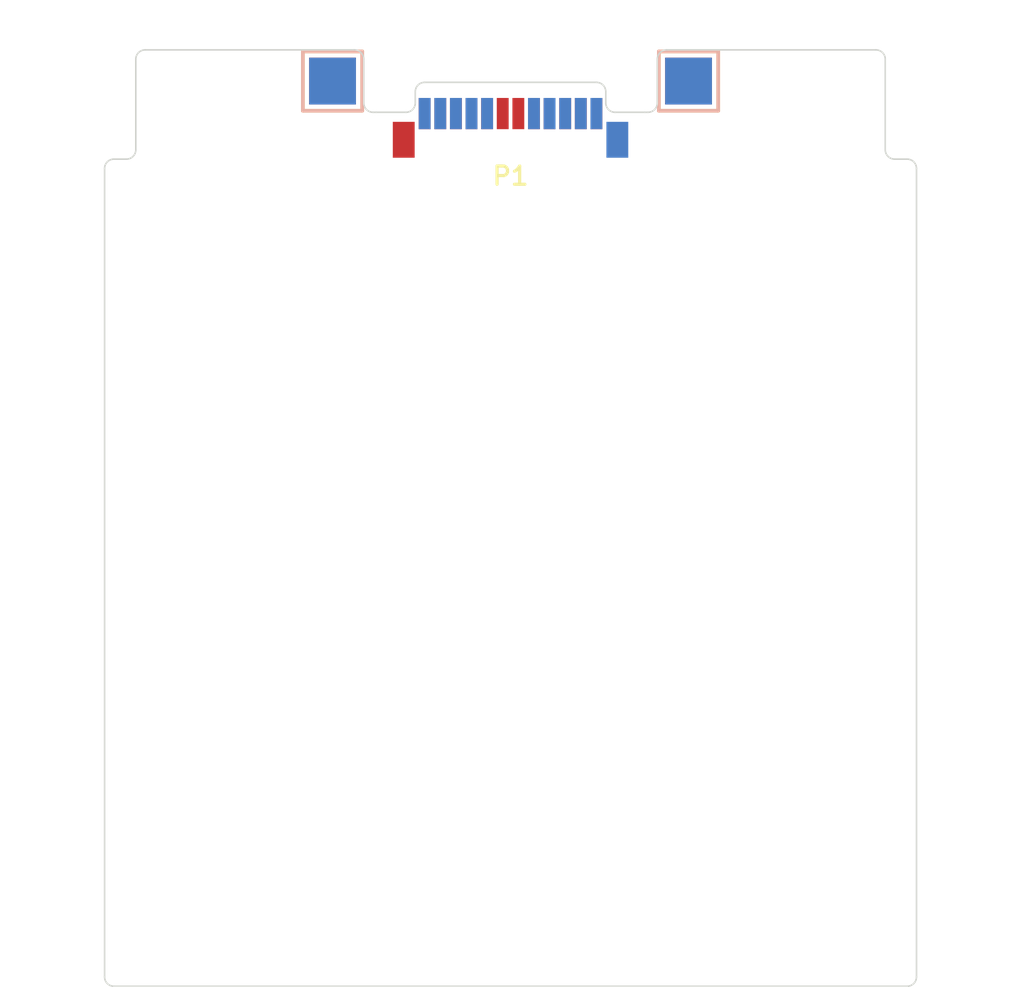
<source format=kicad_pcb>
(kicad_pcb (version 20221018) (generator pcbnew)
  (title_block (title "Expansion Card Template") (rev "X1") (company "Framework") (comment 1 "This work is licensed under a Creative Commons Attribution 4.0 International License") (comment 4 "https://frame.work"))
  (layers (0 "F.Cu" signal) (31 "B.Cu" signal) (34 "B.Paste" user) (35 "F.Paste" user) (36 "B.SilkS" user "B.Silkscreen") (37 "F.SilkS" user "F.Silkscreen") (38 "B.Mask" user) (39 "F.Mask" user) (44 "Edge.Cuts" user))
  (net 0 "")
  (net 1 "GND")
  (net 2 "VBUS")
  (net 3 "Net-(P1-PadA5)")
  (net 5 "/D-")
  (net 6 "/D+")
  (footprint "Expansion_Card:USB_C_Plug_Molex_105444" (layer "F.Cu") (at 140 129)
    (fp_text reference "P1" (at 0 2.04) (layer "F.SilkS") (effects (font (size 0.5842 0.5842) (thickness 0.1016))))
    (fp_text value "USB_C_Plug_USB2.0")
    (fp_line (start -3.35 0) (end -4.3 0) (stroke (width 0.05)) (layer "Edge.Cuts"))
    (fp_line (start -3.05 -0.66) (end -3.05 -0.3) (stroke (width 0.05)) (layer "Edge.Cuts"))
    (fp_line (start -2.75 -0.96) (end 2.75 -0.96) (stroke (width 0.05)) (layer "Edge.Cuts"))
    (fp_line (start 3.05 -0.66) (end 3.05 -0.3) (stroke (width 0.05)) (layer "Edge.Cuts"))
    (fp_line (start 3.35 0) (end 4.3 0) (stroke (width 0.05)) (layer "Edge.Cuts"))
    (fp_arc (start -3.05 -0.66) (mid -2.962132 -0.872132) (end -2.75 -0.96) (stroke (width 0.05)) (layer "Edge.Cuts"))
    (fp_arc (start -3.05 -0.3) (mid -3.137868 -0.087868) (end -3.35 0) (stroke (width 0.05)) (layer "Edge.Cuts"))
    (fp_arc (start 2.75 -0.96) (mid 2.962132 -0.872132) (end 3.05 -0.66) (stroke (width 0.05)) (layer "Edge.Cuts"))
    (fp_arc (start 3.35 0) (mid 3.137868 -0.087868) (end 3.05 -0.3) (stroke (width 0.05)) (layer "Edge.Cuts"))
    (pad "A1" smd rect locked (at -2.75 0.04) (size 0.38 1) (layers "F.Cu" "F.Paste" "F.Mask") (net 1 "GND"))
    (pad "A2" smd rect locked (at -2.25 0.04) (size 0.38 1) (layers "F.Cu" "F.Paste" "F.Mask"))
    (pad "A3" smd rect locked (at -1.75 0.04) (size 0.38 1) (layers "F.Cu" "F.Paste" "F.Mask"))
    (pad "A4" smd rect locked (at -1.25 0.04) (size 0.38 1) (layers "F.Cu" "F.Paste" "F.Mask") (net 2 "VBUS"))
    (pad "A5" smd rect locked (at -0.75 0.04) (size 0.38 1) (layers "F.Cu" "F.Paste" "F.Mask") (net 3 "Net-(P1-PadA5)"))
    (pad "A6" smd rect locked (at -0.25 0.04) (size 0.38 1) (layers "F.Cu" "F.Paste" "F.Mask") (net 6 "/D+"))
    (pad "A7" smd rect locked (at 0.25 0.04) (size 0.38 1) (layers "F.Cu" "F.Paste" "F.Mask") (net 5 "/D-"))
    (pad "A8" smd rect locked (at 0.75 0.04) (size 0.38 1) (layers "F.Cu" "F.Paste" "F.Mask"))
    (pad "A9" smd rect locked (at 1.25 0.04) (size 0.38 1) (layers "F.Cu" "F.Paste" "F.Mask") (net 2 "VBUS"))
    (pad "A10" smd rect locked (at 1.75 0.04) (size 0.38 1) (layers "F.Cu" "F.Paste" "F.Mask"))
    (pad "A11" smd rect locked (at 2.25 0.04) (size 0.38 1) (layers "F.Cu" "F.Paste" "F.Mask"))
    (pad "A12" smd rect locked (at 2.75 0.04) (size 0.38 1) (layers "F.Cu" "F.Paste" "F.Mask") (net 1 "GND"))
    (pad "B1" smd rect locked (at 2.75 0.04) (size 0.38 1) (layers "B.Cu" "B.Paste" "B.Mask") (net 1 "GND"))
    (pad "B2" smd rect locked (at 2.25 0.04) (size 0.38 1) (layers "B.Cu" "B.Paste" "B.Mask"))
    (pad "B3" smd rect locked (at 1.75 0.04) (size 0.38 1) (layers "B.Cu" "B.Paste" "B.Mask"))
    (pad "B4" smd rect locked (at 1.25 0.04) (size 0.38 1) (layers "B.Cu" "B.Paste" "B.Mask") (net 2 "VBUS"))
    (pad "B5" smd rect locked (at 0.75 0.04) (size 0.38 1) (layers "B.Cu" "B.Paste" "B.Mask"))
    (pad "B8" smd rect locked (at -0.75 0.04) (size 0.38 1) (layers "B.Cu" "B.Paste" "B.Mask"))
    (pad "B9" smd rect locked (at -1.25 0.04) (size 0.38 1) (layers "B.Cu" "B.Paste" "B.Mask") (net 2 "VBUS"))
    (pad "B10" smd rect locked (at -1.75 0.04) (size 0.38 1) (layers "B.Cu" "B.Paste" "B.Mask"))
    (pad "B11" smd rect locked (at -2.25 0.04) (size 0.38 1) (layers "B.Cu" "B.Paste" "B.Mask"))
    (pad "B12" smd rect locked (at -2.75 0.04) (size 0.38 1) (layers "B.Cu" "B.Paste" "B.Mask") (net 1 "GND"))
    (pad "S1" smd rect locked (at -3.42 0.88) (size 0.7 1.15) (layers "F.Cu" "F.Paste" "F.Mask") (net 1 "GND"))
    (pad "S1" smd rect locked (at 3.42 0.88) (size 0.7 1.15) (layers "B.Cu" "B.Paste" "B.Mask") (net 1 "GND"))
  )
  (footprint "MountingHole:MountingHole_2.2mm_M2" (layer "F.Cu") (at 128.7 146.5)
    (fp_text reference "H1" hide)
    (fp_text value "MountingHole")
    (pad "" np_thru_hole circle locked (at 0 0) (size 2.2 2.2) (drill 2.2) (layers "*.Cu" "*.Mask"))
  )
  (footprint "MountingHole:MountingHole_2.2mm_M2" (layer "F.Cu") (at 151.3 146.5)
    (fp_text reference "H2" hide)
    (fp_text value "MountingHole")
    (pad "" np_thru_hole circle locked (at 0 0) (size 2.2 2.2) (drill 2.2) (layers "*.Cu" "*.Mask"))
  )
  (footprint "TestPoint:TestPoint_Pad_1.5x1.5mm" (layer "F.Cu") (at 134.3 128)
    (fp_text reference "TP1" hide)
    (fp_text value "TestPoint")
    (fp_line (start -0.95 -0.95) (end 0.95 -0.95) (stroke (width 0.12)) (layer "F.SilkS"))
    (fp_line (start -0.95 0.95) (end -0.95 -0.95) (stroke (width 0.12)) (layer "F.SilkS"))
    (fp_line (start 0.95 -0.95) (end 0.95 0.95) (stroke (width 0.12)) (layer "F.SilkS"))
    (fp_line (start 0.95 0.95) (end -0.95 0.95) (stroke (width 0.12)) (layer "F.SilkS"))
    (pad "1" smd rect locked (at 0 0) (size 1.5 1.5) (layers "F.Cu" "F.Mask") (net 1 "GND"))
  )
  (footprint "TestPoint:TestPoint_Pad_1.5x1.5mm" (layer "F.Cu") (at 145.7 128)
    (fp_text reference "TP3" hide)
    (fp_text value "TestPoint")
    (fp_line (start -0.95 -0.95) (end 0.95 -0.95) (stroke (width 0.12)) (layer "F.SilkS"))
    (fp_line (start -0.95 0.95) (end -0.95 -0.95) (stroke (width 0.12)) (layer "F.SilkS"))
    (fp_line (start 0.95 -0.95) (end 0.95 0.95) (stroke (width 0.12)) (layer "F.SilkS"))
    (fp_line (start 0.95 0.95) (end -0.95 0.95) (stroke (width 0.12)) (layer "F.SilkS"))
    (pad "1" smd rect locked (at 0 0) (size 1.5 1.5) (layers "F.Cu" "F.Mask") (net 1 "GND"))
  )
  (footprint "TestPoint:TestPoint_Pad_1.5x1.5mm" (layer "B.Cu") (at 134.3 128)
    (fp_text reference "TP2" hide)
    (fp_text value "TestPoint")
    (fp_line (start -0.95 -0.95) (end -0.95 0.95) (stroke (width 0.12)) (layer "B.SilkS"))
    (fp_line (start -0.95 0.95) (end 0.95 0.95) (stroke (width 0.12)) (layer "B.SilkS"))
    (fp_line (start 0.95 -0.95) (end -0.95 -0.95) (stroke (width 0.12)) (layer "B.SilkS"))
    (fp_line (start 0.95 0.95) (end 0.95 -0.95) (stroke (width 0.12)) (layer "B.SilkS"))
    (pad "1" smd rect locked (at 0 0) (size 1.5 1.5) (layers "B.Cu" "B.Mask") (net 1 "GND"))
  )
  (footprint "TestPoint:TestPoint_Pad_1.5x1.5mm" (layer "B.Cu") (at 145.7 128)
    (fp_text reference "TP4" hide)
    (fp_text value "TestPoint")
    (fp_line (start -0.95 -0.95) (end -0.95 0.95) (stroke (width 0.12)) (layer "B.SilkS"))
    (fp_line (start -0.95 0.95) (end 0.95 0.95) (stroke (width 0.12)) (layer "B.SilkS"))
    (fp_line (start 0.95 -0.95) (end -0.95 -0.95) (stroke (width 0.12)) (layer "B.SilkS"))
    (fp_line (start 0.95 0.95) (end 0.95 -0.95) (stroke (width 0.12)) (layer "B.SilkS"))
    (pad "1" smd rect locked (at 0 0) (size 1.5 1.5) (layers "B.Cu" "B.Mask") (net 1 "GND"))
  )
  (gr_line locked (start 153 130.8) (end 153 156.7) (stroke (width 0.05)) (layer "Edge.Cuts"))
  (gr_line locked (start 127.3 157) (end 152.7 157) (stroke (width 0.05)) (layer "Edge.Cuts"))
  (gr_arc locked (start 144.7 128.7) (mid 144.612132 128.912132) (end 144.4 129) (stroke (width 0.05)) (layer "Edge.Cuts"))
  (gr_arc locked (start 135 127) (mid 135.212132 127.087868) (end 135.3 127.3) (stroke (width 0.05)) (layer "Edge.Cuts"))
  (gr_line locked (start 144.7 128.7) (end 144.7 127.3) (stroke (width 0.05)) (layer "Edge.Cuts"))
  (gr_arc locked (start 144.7 127.3) (mid 144.787868 127.087868) (end 145 127) (stroke (width 0.05)) (layer "Edge.Cuts"))
  (gr_line locked (start 135 127) (end 128.3 127) (stroke (width 0.05)) (layer "Edge.Cuts"))
  (gr_line locked (start 145 127) (end 151.7 127) (stroke (width 0.05)) (layer "Edge.Cuts"))
  (gr_arc locked (start 127.3 157) (mid 127.087868 156.912132) (end 127 156.7) (stroke (width 0.05)) (layer "Edge.Cuts"))
  (gr_line locked (start 144.3 129) (end 144.4 129) (stroke (width 0.05)) (layer "Edge.Cuts"))
  (gr_arc locked (start 128 127.3) (mid 128.087868 127.087868) (end 128.3 127) (stroke (width 0.05)) (layer "Edge.Cuts"))
  (gr_line locked (start 128 130.2) (end 128 127.3) (stroke (width 0.05)) (layer "Edge.Cuts"))
  (gr_arc locked (start 128 130.2) (mid 127.912132 130.412132) (end 127.7 130.5) (stroke (width 0.05)) (layer "Edge.Cuts"))
  (gr_arc locked (start 127 130.8) (mid 127.087868 130.587868) (end 127.3 130.5) (stroke (width 0.05)) (layer "Edge.Cuts"))
  (gr_line locked (start 127.3 130.5) (end 127.7 130.5) (stroke (width 0.05)) (layer "Edge.Cuts"))
  (gr_line locked (start 152 130.2) (end 152 127.3) (stroke (width 0.05)) (layer "Edge.Cuts"))
  (gr_arc locked (start 152.7 130.5) (mid 152.912132 130.587868) (end 153 130.8) (stroke (width 0.05)) (layer "Edge.Cuts"))
  (gr_arc locked (start 152.3 130.5) (mid 152.087868 130.412132) (end 152 130.2) (stroke (width 0.05)) (layer "Edge.Cuts"))
  (gr_line locked (start 152.3 130.5) (end 152.7 130.5) (stroke (width 0.05)) (layer "Edge.Cuts"))
  (gr_line locked (start 127 130.8) (end 127 156.7) (stroke (width 0.05)) (layer "Edge.Cuts"))
  (gr_arc locked (start 135.6 129) (mid 135.387868 128.912132) (end 135.3 128.7) (stroke (width 0.05)) (layer "Edge.Cuts"))
  (gr_arc locked (start 151.7 127) (mid 151.912132 127.087868) (end 152 127.3) (stroke (width 0.05)) (layer "Edge.Cuts"))
  (gr_line locked (start 135.6 129) (end 135.7 129) (stroke (width 0.05)) (layer "Edge.Cuts"))
  (gr_arc locked (start 153 156.7) (mid 152.912132 156.912132) (end 152.7 157) (stroke (width 0.05)) (layer "Edge.Cuts"))
  (gr_line locked (start 135.3 128.7) (end 135.3 127.3) (stroke (width 0.05)) (layer "Edge.Cuts"))
)
</source>
